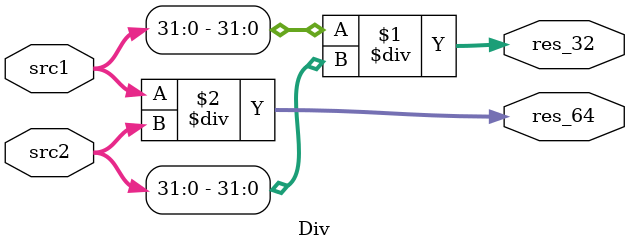
<source format=v>
module Div(
  input [63:0] src1,
  input [63:0] src2,
  output [31:0] res_32,
  output [63:0] res_64
);

  assign res_32 = $signed(src1[31:0]) / $signed(src2[31:0]);
  assign res_64 = $signed(src1) / $signed(src2);

endmodule

</source>
